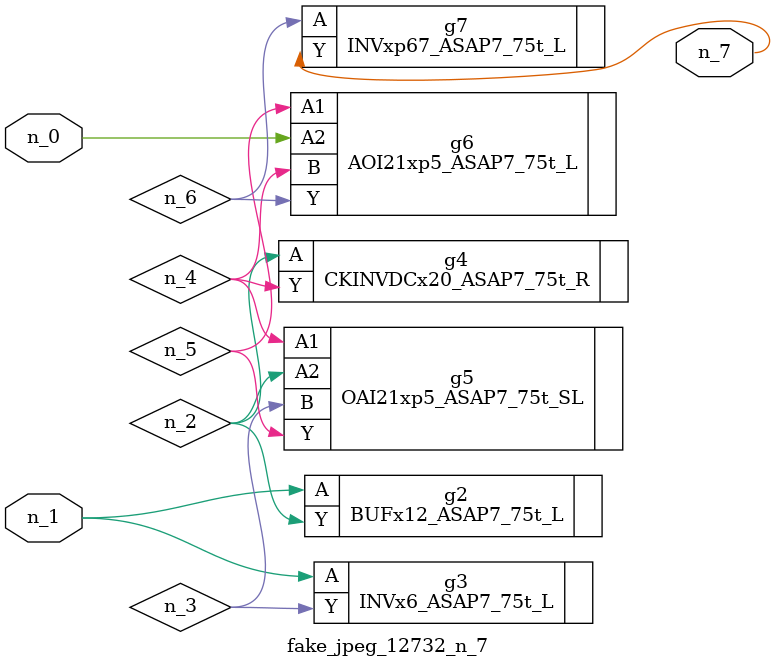
<source format=v>
module fake_jpeg_12732_n_7 (n_0, n_1, n_7);

input n_0;
input n_1;

output n_7;

wire n_2;
wire n_3;
wire n_4;
wire n_6;
wire n_5;

BUFx12_ASAP7_75t_L g2 ( 
.A(n_1),
.Y(n_2)
);

INVx6_ASAP7_75t_L g3 ( 
.A(n_1),
.Y(n_3)
);

CKINVDCx20_ASAP7_75t_R g4 ( 
.A(n_2),
.Y(n_4)
);

OAI21xp5_ASAP7_75t_SL g5 ( 
.A1(n_4),
.A2(n_2),
.B(n_3),
.Y(n_5)
);

AOI21xp5_ASAP7_75t_L g6 ( 
.A1(n_5),
.A2(n_0),
.B(n_4),
.Y(n_6)
);

INVxp67_ASAP7_75t_L g7 ( 
.A(n_6),
.Y(n_7)
);


endmodule
</source>
